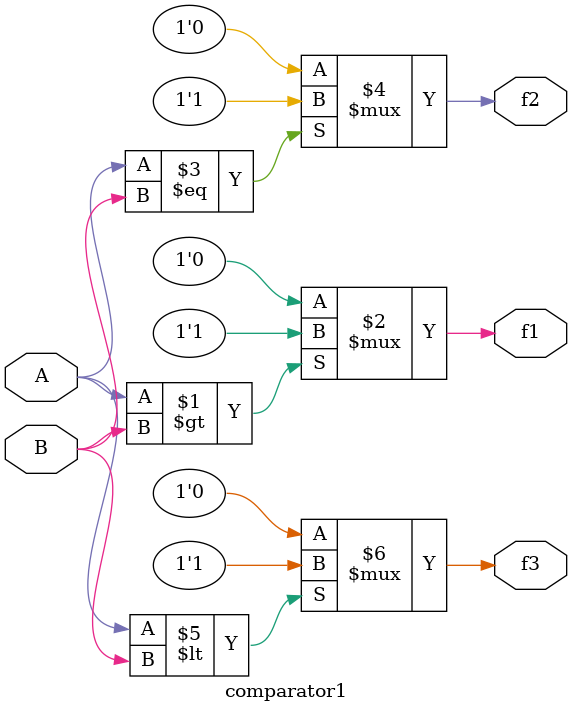
<source format=v>
`timescale 1ns / 1ps

module comparator1(A, B, f1, f2, f3);
	parameter WIDTH = 1;

	input [WIDTH-1:0] A, B;
	output f1, f2, f3;

	assign f1 = (A > B) ? 1'b1 : 1'b0;
	assign f2 = (A == B) ? 1'b1 : 1'b0;
	assign f3 = (A < B) ? 1'b1 : 1'b0;
endmodule
</source>
